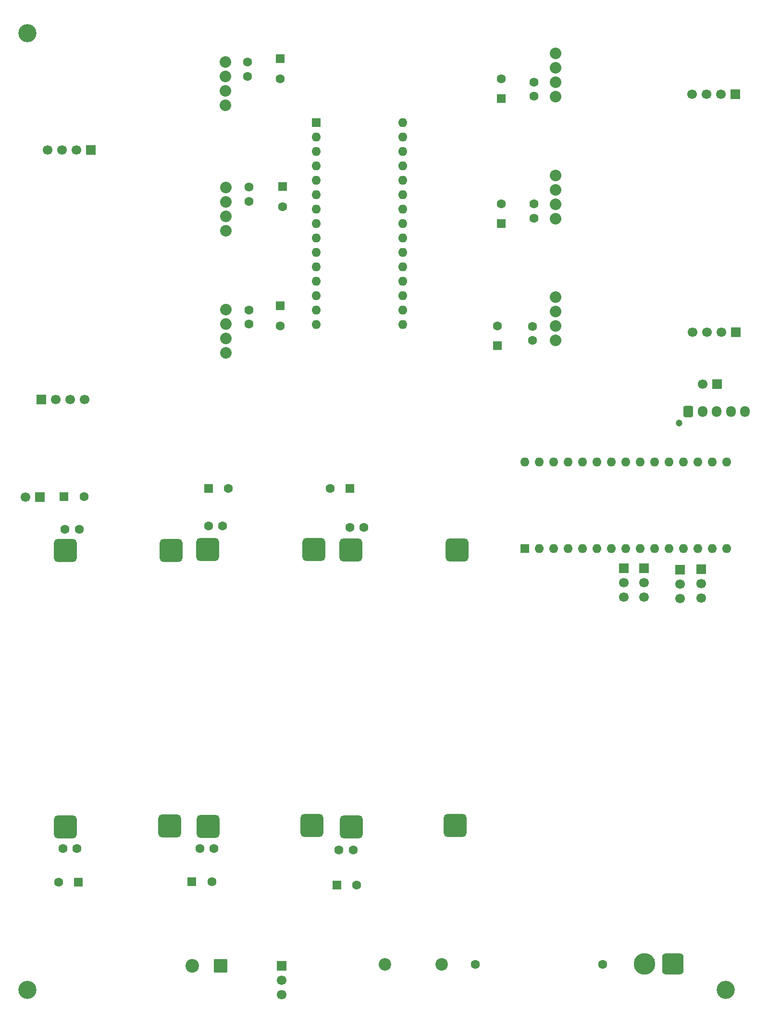
<source format=gbr>
%TF.GenerationSoftware,KiCad,Pcbnew,9.0.6*%
%TF.CreationDate,2025-12-29T23:23:51+08:00*%
%TF.ProjectId,Microver2025,4d696372-6f76-4657-9232-3032352e6b69,rev?*%
%TF.SameCoordinates,Original*%
%TF.FileFunction,Soldermask,Bot*%
%TF.FilePolarity,Negative*%
%FSLAX46Y46*%
G04 Gerber Fmt 4.6, Leading zero omitted, Abs format (unit mm)*
G04 Created by KiCad (PCBNEW 9.0.6) date 2025-12-29 23:23:51*
%MOMM*%
%LPD*%
G01*
G04 APERTURE LIST*
G04 Aperture macros list*
%AMRoundRect*
0 Rectangle with rounded corners*
0 $1 Rounding radius*
0 $2 $3 $4 $5 $6 $7 $8 $9 X,Y pos of 4 corners*
0 Add a 4 corners polygon primitive as box body*
4,1,4,$2,$3,$4,$5,$6,$7,$8,$9,$2,$3,0*
0 Add four circle primitives for the rounded corners*
1,1,$1+$1,$2,$3*
1,1,$1+$1,$4,$5*
1,1,$1+$1,$6,$7*
1,1,$1+$1,$8,$9*
0 Add four rect primitives between the rounded corners*
20,1,$1+$1,$2,$3,$4,$5,0*
20,1,$1+$1,$4,$5,$6,$7,0*
20,1,$1+$1,$6,$7,$8,$9,0*
20,1,$1+$1,$8,$9,$2,$3,0*%
G04 Aperture macros list end*
%ADD10C,1.600000*%
%ADD11C,2.032000*%
%ADD12RoundRect,0.250000X-0.550000X-0.550000X0.550000X-0.550000X0.550000X0.550000X-0.550000X0.550000X0*%
%ADD13RoundRect,0.250000X0.550000X0.550000X-0.550000X0.550000X-0.550000X-0.550000X0.550000X-0.550000X0*%
%ADD14R,1.600000X1.600000*%
%ADD15O,1.600000X1.600000*%
%ADD16C,3.200000*%
%ADD17R,1.700000X1.700000*%
%ADD18C,1.700000*%
%ADD19C,1.200000*%
%ADD20RoundRect,0.250000X-0.600000X-0.725000X0.600000X-0.725000X0.600000X0.725000X-0.600000X0.725000X0*%
%ADD21O,1.700000X1.950000*%
%ADD22RoundRect,0.600000X1.400000X-1.400000X1.400000X1.400000X-1.400000X1.400000X-1.400000X-1.400000X0*%
%ADD23C,2.400000*%
%ADD24RoundRect,0.250001X0.949999X0.949999X-0.949999X0.949999X-0.949999X-0.949999X0.949999X-0.949999X0*%
%ADD25RoundRect,0.760000X1.140000X1.140000X-1.140000X1.140000X-1.140000X-1.140000X1.140000X-1.140000X0*%
%ADD26C,3.800000*%
%ADD27RoundRect,0.250000X-0.550000X0.550000X-0.550000X-0.550000X0.550000X-0.550000X0.550000X0.550000X0*%
%ADD28RoundRect,0.250000X0.550000X-0.550000X0.550000X0.550000X-0.550000X0.550000X-0.550000X-0.550000X0*%
%ADD29C,2.200000*%
G04 APERTURE END LIST*
D10*
%TO.C,F1*%
X170875000Y-199000000D03*
X193375000Y-199000000D03*
%TD*%
D11*
%TO.C,U5*%
X185027500Y-46138895D03*
X185027500Y-38518895D03*
X185027500Y-41058895D03*
X185027500Y-43598895D03*
%TD*%
%TO.C,U4*%
X126928000Y-83633370D03*
X126928000Y-91253370D03*
X126928000Y-88713370D03*
X126928000Y-86173370D03*
%TD*%
%TO.C,U6*%
X185027500Y-67638895D03*
X185027500Y-60018895D03*
X185027500Y-62558895D03*
X185027500Y-65098895D03*
%TD*%
%TO.C,U8*%
X185052500Y-89088895D03*
X185052500Y-81468895D03*
X185052500Y-84008895D03*
X185052500Y-86548895D03*
%TD*%
%TO.C,U2*%
X127000000Y-62133370D03*
X127000000Y-69753370D03*
X127000000Y-67213370D03*
X127000000Y-64673370D03*
%TD*%
%TO.C,U1*%
X126852500Y-40028895D03*
X126852500Y-47648895D03*
X126852500Y-45108895D03*
X126852500Y-42568895D03*
%TD*%
D12*
%TO.C,C20*%
X123880000Y-115140000D03*
D10*
X127380000Y-115140000D03*
%TD*%
D12*
%TO.C,C24*%
X98477349Y-116590000D03*
D10*
X101977349Y-116590000D03*
%TD*%
D13*
%TO.C,C15*%
X148855000Y-115190000D03*
D10*
X145355000Y-115190000D03*
%TD*%
D14*
%TO.C,A2*%
X179600000Y-125766630D03*
D15*
X182140000Y-125766630D03*
X184680000Y-125766630D03*
X187220000Y-125766630D03*
X189760000Y-125766630D03*
X192300000Y-125766630D03*
X194840000Y-125766630D03*
X197380000Y-125766630D03*
X199920000Y-125766630D03*
X202460000Y-125766630D03*
X205000000Y-125766630D03*
X207540000Y-125766630D03*
X210080000Y-125766630D03*
X212620000Y-125766630D03*
X215160000Y-125766630D03*
X215160000Y-110526630D03*
X212620000Y-110526630D03*
X210080000Y-110526630D03*
X207540000Y-110526630D03*
X205000000Y-110526630D03*
X202460000Y-110526630D03*
X199920000Y-110526630D03*
X197380000Y-110526630D03*
X194840000Y-110526630D03*
X192300000Y-110526630D03*
X189760000Y-110526630D03*
X187220000Y-110526630D03*
X184680000Y-110526630D03*
X182140000Y-110526630D03*
X179600000Y-110526630D03*
%TD*%
D16*
%TO.C,H1*%
X92000000Y-35000000D03*
%TD*%
D17*
%TO.C,M4*%
X197040000Y-129180000D03*
D18*
X197040000Y-131720000D03*
X197040000Y-134260000D03*
%TD*%
D17*
%TO.C,J4*%
X94170000Y-116640000D03*
D18*
X91630000Y-116640000D03*
%TD*%
D19*
%TO.C,J11*%
X206850000Y-103650000D03*
D20*
X208450000Y-101650000D03*
D21*
X210950000Y-101650000D03*
X213450000Y-101650000D03*
X215950000Y-101650000D03*
X218450000Y-101650000D03*
%TD*%
D17*
%TO.C,M2*%
X206960000Y-129425000D03*
D18*
X206960000Y-131965000D03*
X206960000Y-134505000D03*
%TD*%
D10*
%TO.C,C12*%
X181000000Y-89083370D03*
X181000000Y-86583370D03*
%TD*%
D17*
%TO.C,M1*%
X210735000Y-129350000D03*
D18*
X210735000Y-131890000D03*
X210735000Y-134430000D03*
%TD*%
D17*
%TO.C,J7*%
X103140000Y-55583370D03*
D18*
X100600000Y-55583370D03*
X98060000Y-55583370D03*
X95520000Y-55583370D03*
%TD*%
D16*
%TO.C,H2*%
X92000000Y-203500000D03*
%TD*%
D10*
%TO.C,C22*%
X100750000Y-178590000D03*
X98250000Y-178590000D03*
%TD*%
D17*
%TO.C,J8*%
X216750000Y-45750000D03*
D18*
X214210000Y-45750000D03*
X211670000Y-45750000D03*
X209130000Y-45750000D03*
%TD*%
D17*
%TO.C,J2*%
X216800000Y-87633370D03*
D18*
X214260000Y-87633370D03*
X211720000Y-87633370D03*
X209180000Y-87633370D03*
%TD*%
D10*
%TO.C,C11*%
X130800000Y-40083370D03*
X130800000Y-42583370D03*
%TD*%
D22*
%TO.C,U9*%
X98700000Y-174790000D03*
X117040000Y-174600000D03*
X98680000Y-126050000D03*
X117360000Y-126050000D03*
%TD*%
D10*
%TO.C,C21*%
X123880000Y-121790000D03*
X126380000Y-121790000D03*
%TD*%
%TO.C,C9*%
X131000000Y-62083370D03*
X131000000Y-64583370D03*
%TD*%
%TO.C,C3*%
X181200000Y-67533370D03*
X181200000Y-65033370D03*
%TD*%
D17*
%TO.C,J5*%
X94500000Y-99500000D03*
D18*
X97040000Y-99500000D03*
X99580000Y-99500000D03*
X102120000Y-99500000D03*
%TD*%
D23*
%TO.C,C1*%
X121030000Y-199190000D03*
D24*
X126030000Y-199190000D03*
%TD*%
D10*
%TO.C,C18*%
X122380000Y-178590000D03*
X124880000Y-178590000D03*
%TD*%
D14*
%TO.C,A1*%
X142907500Y-50737845D03*
D15*
X142907500Y-53277845D03*
X142907500Y-55817845D03*
X142907500Y-58357845D03*
X142907500Y-60897845D03*
X142907500Y-63437845D03*
X142907500Y-65977845D03*
X142907500Y-68517845D03*
X142907500Y-71057845D03*
X142907500Y-73597845D03*
X142907500Y-76137845D03*
X142907500Y-78677845D03*
X142907500Y-81217845D03*
X142907500Y-83757845D03*
X142907500Y-86297845D03*
X158147500Y-86297845D03*
X158147500Y-83757845D03*
X158147500Y-81217845D03*
X158147500Y-78677845D03*
X158147500Y-76137845D03*
X158147500Y-73597845D03*
X158147500Y-71057845D03*
X158147500Y-68517845D03*
X158147500Y-65977845D03*
X158147500Y-63437845D03*
X158147500Y-60897845D03*
X158147500Y-58357845D03*
X158147500Y-55817845D03*
X158147500Y-53277845D03*
X158147500Y-50737845D03*
%TD*%
D16*
%TO.C,H3*%
X215000000Y-203500000D03*
%TD*%
D10*
%TO.C,C14*%
X148800000Y-121990000D03*
X151300000Y-121990000D03*
%TD*%
%TO.C,C7*%
X131000000Y-83733370D03*
X131000000Y-86233370D03*
%TD*%
D25*
%TO.C,J14*%
X205700000Y-198900000D03*
D26*
X200700000Y-198900000D03*
%TD*%
D18*
%TO.C,SW1*%
X136750000Y-204330000D03*
X136750000Y-201790000D03*
D17*
X136750000Y-199250000D03*
%TD*%
%TO.C,J13*%
X213470000Y-96800000D03*
D18*
X210930000Y-96800000D03*
%TD*%
D22*
%TO.C,U3*%
X149040000Y-174730000D03*
X167380000Y-174540000D03*
X149020000Y-125990000D03*
X167700000Y-125990000D03*
%TD*%
D10*
%TO.C,C17*%
X146880000Y-178790000D03*
X149380000Y-178790000D03*
%TD*%
%TO.C,C25*%
X98630000Y-122390000D03*
X101130000Y-122390000D03*
%TD*%
D22*
%TO.C,U10*%
X123800000Y-174680000D03*
X142140000Y-174490000D03*
X123780000Y-125940000D03*
X142460000Y-125940000D03*
%TD*%
D17*
%TO.C,M3*%
X200630000Y-129200000D03*
D18*
X200630000Y-131740000D03*
X200630000Y-134280000D03*
%TD*%
D10*
%TO.C,C5*%
X181200000Y-46083370D03*
X181200000Y-43583370D03*
%TD*%
D27*
%TO.C,C10*%
X136500000Y-39500000D03*
D10*
X136500000Y-43000000D03*
%TD*%
D28*
%TO.C,C13*%
X174800000Y-90000000D03*
D10*
X174800000Y-86500000D03*
%TD*%
D28*
%TO.C,C2*%
X175500000Y-68500000D03*
D10*
X175500000Y-65000000D03*
%TD*%
D27*
%TO.C,C8*%
X137000000Y-62000000D03*
D10*
X137000000Y-65500000D03*
%TD*%
D28*
%TO.C,C4*%
X175500000Y-46500000D03*
D10*
X175500000Y-43000000D03*
%TD*%
D12*
%TO.C,C16*%
X146500000Y-185000000D03*
D10*
X150000000Y-185000000D03*
%TD*%
D13*
%TO.C,C23*%
X101000000Y-184500000D03*
D10*
X97500000Y-184500000D03*
%TD*%
D12*
%TO.C,C19*%
X121000000Y-184390000D03*
D10*
X124500000Y-184390000D03*
%TD*%
D27*
%TO.C,C6*%
X136500000Y-83000000D03*
D10*
X136500000Y-86500000D03*
%TD*%
D29*
%TO.C,TH1*%
X165000000Y-199000000D03*
X155000000Y-199000000D03*
%TD*%
M02*

</source>
